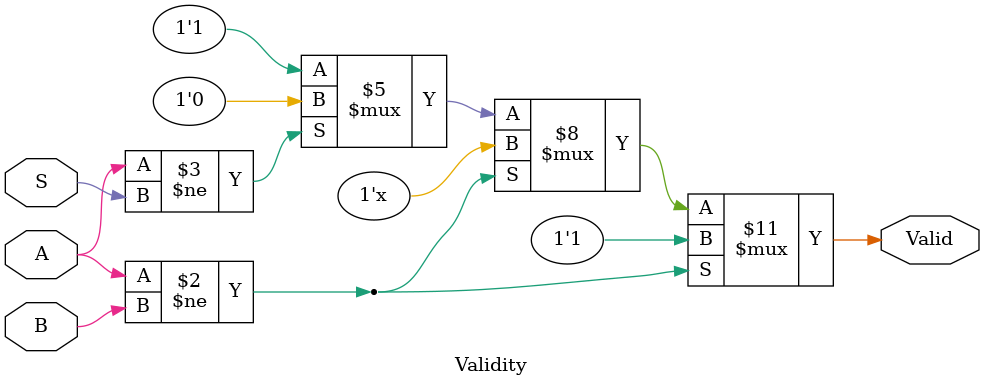
<source format=sv>
`timescale 1ns / 1ps


module Validity(
    input A,
    input B,
    input S,
    output logic Valid
    );
    
    always_comb
    
    begin
        if (A != B)
            begin
                Valid = 1;
            end
        else
            begin
            if (A!=S)
                begin
                    Valid = 0;
                end
            else
                begin
                    Valid = 1;
                end           
            end 
    end
    
    
endmodule

</source>
